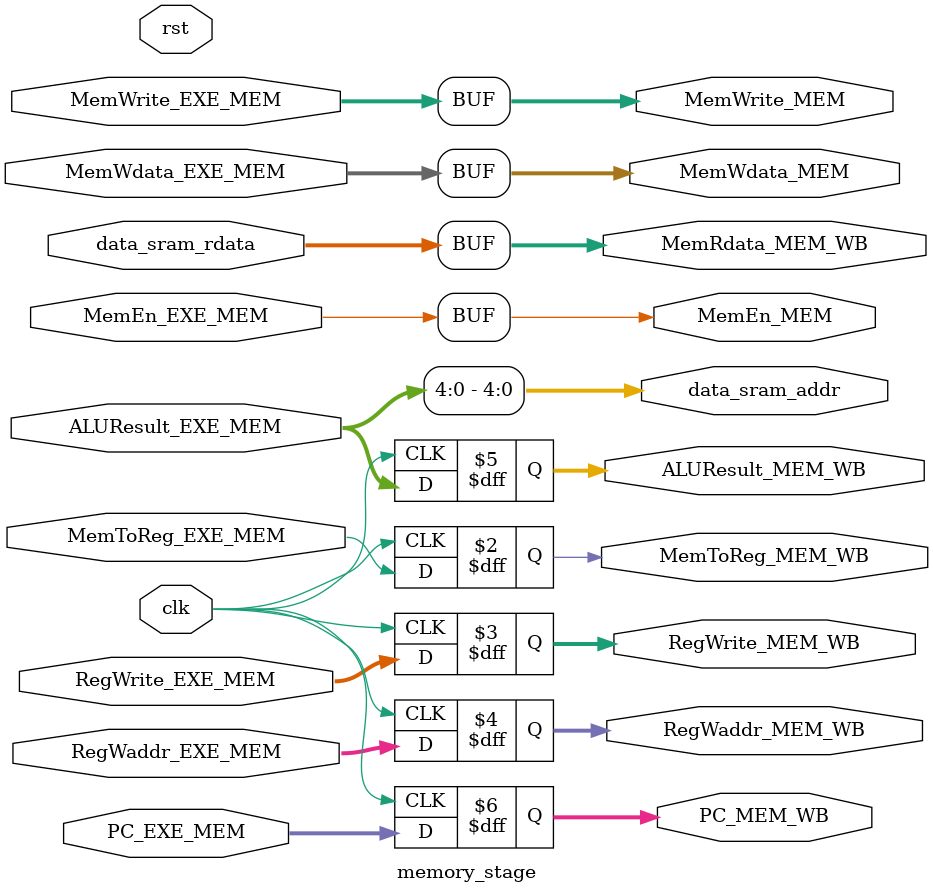
<source format=v>
/*
  ------------------------------------------------------------------------------
  --------------------------------------------------------------------------------
  Copyright (c) 2016, Loongson Technology Corporation Limited.
    
  All rights reserved.
    
  Redistribution and use in source and binary forms, with or without modification,
  are permitted provided that the following conditions are met:
    
  1. Redistributions of source code must retain the above copyright notice, this 
  list of conditions and the following disclaimer.
    
  2. Redistributions in binary form must reproduce the above copyright notice, 
  this list of conditions and the following disclaimer in the documentation and/or
  other materials provided with the distribution.
    
  3. Neither the name of Loongson Technology Corporation Limited nor the names of 
  its contributors may be used to endorse or promote products derived from this 
  software without specific prior written permission.
    
  THIS SOFTWARE IS PROVIDED BY THE COPYRIGHT HOLDERS AND CONTRIBUTORS "AS IS" AND 
  ANY EXPRESS OR IMPLIED WARRANTIES, INCLUDING, BUT NOT LIMITED TO, THE IMPLIED 
  WARRANTIES OF MERCHANTABILITY AND FITNESS FOR A PARTICULAR PURPOSE ARE 
  DISCLAIMED. IN NO EVENT SHALL LOONGSON TECHNOLOGY CORPORATION LIMITED BE LIABLE
  TO ANY PARTY FOR DIRECT, INDIRECT, INCIDENTAL, SPECIAL, EXEMPLARY, OR 
  CONSEQUENTIAL DAMAGES (INCLUDING, BUT NOT LIMITED TO, PROCUREMENT OF SUBSTITUTE 
  GOODS OR SERVICES; LOSS OF USE, DATA, OR PROFITS; OR BUSINESS INTERRUPTION) 
  HOWEVER CAUSED AND ON ANY THEORY OF LIABILITY, WHETHER IN CONTRACT, STRICT 
  LIABILITY, OR TORT (INCLUDING NEGLIGENCE OR OTHERWISE) ARISING IN ANY WAY OUT OF
  THE USE OF THIS SOFTWARE, EVEN IF ADVISED OF THE POSSIBILITY OF SUCH DAMAGE.
  --------------------------------------------------------------------------------
  --------------------------------------------------------------------------------
 */
 
module memory_stage(
    input  wire                       clk,
    input  wire                       rst,
    // control signals transfering from EXE stage
    input  wire             MemEn_EXE_MEM,
    input  wire          MemToReg_EXE_MEM,
    input  wire  [ 3:0]  MemWrite_EXE_MEM,
    input  wire  [ 3:0]  RegWrite_EXE_MEM,
    // data passing from EXE stage
    input  wire  [ 4:0]  RegWaddr_EXE_MEM,
    input  wire  [31:0] ALUResult_EXE_MEM, 
    input  wire  [31:0]  MemWdata_EXE_MEM,
    input  wire  [31:0]        PC_EXE_MEM,
    // interaction with the data_sram
    output wire  [31:0]      MemWdata_MEM,
    output wire                 MemEn_MEM,
    output wire  [ 3:0]      MemWrite_MEM,
    output wire  [ 4:0]    data_sram_addr,
    input  wire  [31:0]   data_sram_rdata,
    // output control signals to WB stage
    output reg            MemToReg_MEM_WB,
    output reg   [ 3:0]   RegWrite_MEM_WB,
    // output data to WB stage
    output reg   [ 4:0]   RegWaddr_MEM_WB,   
    output reg   [31:0]  ALUResult_MEM_WB,
    output reg   [31:0]         PC_MEM_WB,
    output wire  [31:0]   MemRdata_MEM_WB
  );
    // interaction of signals and data with data_sram
    assign MemEn_MEM      =     MemEn_EXE_MEM;
    assign MemWrite_MEM   =  MemWrite_EXE_MEM;
    assign data_sram_addr = ALUResult_EXE_MEM;
    assign MemWdata_MEM   =  MemWdata_EXE_MEM;

    // output data to WB stage
    always @(posedge clk) begin
        PC_MEM_WB        <= PC_EXE_MEM;
        RegWaddr_MEM_WB  <= RegWaddr_EXE_MEM;
        MemToReg_MEM_WB  <= MemToReg_EXE_MEM;
        RegWrite_MEM_WB  <= RegWrite_EXE_MEM;
        ALUResult_MEM_WB <= ALUResult_EXE_MEM;
    end

    assign MemRdata_MEM_WB  = data_sram_rdata;   
  
endmodule //memory_stage

</source>
